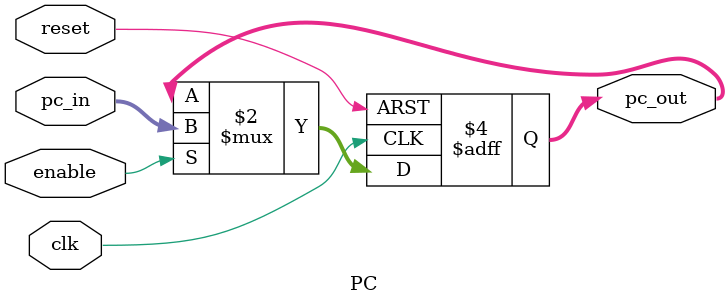
<source format=sv>
`timescale 1ns / 1ps

module PC (
    input logic clk,          // Clock signal
    input logic reset,        // Reset signal
    input logic enable,       // Enable signal
    input logic [31:0] pc_in, // Input address
    output logic [31:0] pc_out // Output address (current PC)
);

    // On the positive edge of the clock, check for reset and enable signals
    always_ff @(posedge clk or posedge reset) begin
        if (reset) begin
            pc_out <= 32'b0; // Reset the PC to 0
        end else if (enable) begin
            pc_out <= pc_in; // Update the PC with the input value
        end
    end

endmodule

</source>
